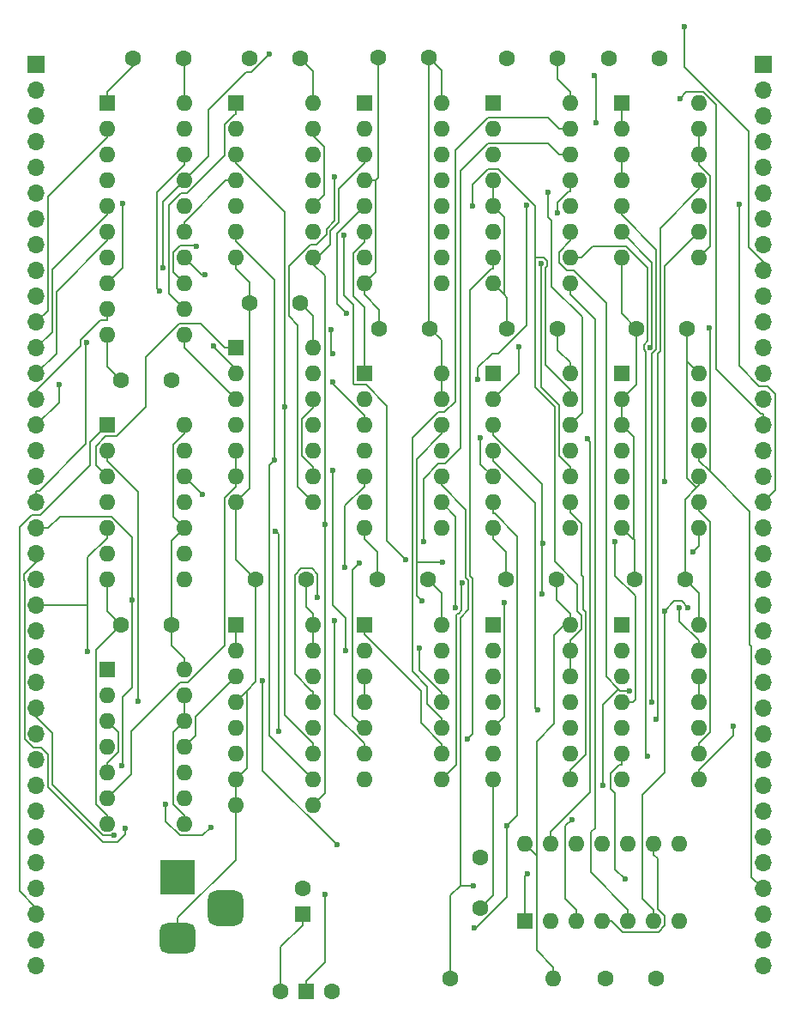
<source format=gtl>
G04 #@! TF.GenerationSoftware,KiCad,Pcbnew,8.0.9-8.0.9-0~ubuntu22.04.1*
G04 #@! TF.CreationDate,2025-07-12T13:55:05+10:00*
G04 #@! TF.ProjectId,UE14500-TTL,55453134-3530-4302-9d54-544c2e6b6963,rev?*
G04 #@! TF.SameCoordinates,Original*
G04 #@! TF.FileFunction,Copper,L1,Top*
G04 #@! TF.FilePolarity,Positive*
%FSLAX46Y46*%
G04 Gerber Fmt 4.6, Leading zero omitted, Abs format (unit mm)*
G04 Created by KiCad (PCBNEW 8.0.9-8.0.9-0~ubuntu22.04.1) date 2025-07-12 13:55:05*
%MOMM*%
%LPD*%
G01*
G04 APERTURE LIST*
G04 Aperture macros list*
%AMRoundRect*
0 Rectangle with rounded corners*
0 $1 Rounding radius*
0 $2 $3 $4 $5 $6 $7 $8 $9 X,Y pos of 4 corners*
0 Add a 4 corners polygon primitive as box body*
4,1,4,$2,$3,$4,$5,$6,$7,$8,$9,$2,$3,0*
0 Add four circle primitives for the rounded corners*
1,1,$1+$1,$2,$3*
1,1,$1+$1,$4,$5*
1,1,$1+$1,$6,$7*
1,1,$1+$1,$8,$9*
0 Add four rect primitives between the rounded corners*
20,1,$1+$1,$2,$3,$4,$5,0*
20,1,$1+$1,$4,$5,$6,$7,0*
20,1,$1+$1,$6,$7,$8,$9,0*
20,1,$1+$1,$8,$9,$2,$3,0*%
G04 Aperture macros list end*
G04 #@! TA.AperFunction,ComponentPad*
%ADD10R,1.600000X1.600000*%
G04 #@! TD*
G04 #@! TA.AperFunction,ComponentPad*
%ADD11O,1.600000X1.600000*%
G04 #@! TD*
G04 #@! TA.AperFunction,ComponentPad*
%ADD12C,1.600000*%
G04 #@! TD*
G04 #@! TA.AperFunction,ComponentPad*
%ADD13R,1.700000X1.700000*%
G04 #@! TD*
G04 #@! TA.AperFunction,ComponentPad*
%ADD14O,1.700000X1.700000*%
G04 #@! TD*
G04 #@! TA.AperFunction,ComponentPad*
%ADD15R,1.500000X1.500000*%
G04 #@! TD*
G04 #@! TA.AperFunction,ComponentPad*
%ADD16R,3.500000X3.500000*%
G04 #@! TD*
G04 #@! TA.AperFunction,ComponentPad*
%ADD17RoundRect,0.750000X1.000000X-0.750000X1.000000X0.750000X-1.000000X0.750000X-1.000000X-0.750000X0*%
G04 #@! TD*
G04 #@! TA.AperFunction,ComponentPad*
%ADD18RoundRect,0.875000X0.875000X-0.875000X0.875000X0.875000X-0.875000X0.875000X-0.875000X-0.875000X0*%
G04 #@! TD*
G04 #@! TA.AperFunction,ViaPad*
%ADD19C,0.600000*%
G04 #@! TD*
G04 #@! TA.AperFunction,Conductor*
%ADD20C,0.200000*%
G04 #@! TD*
G04 APERTURE END LIST*
D10*
X109855000Y-108585000D03*
D11*
X109855000Y-111125000D03*
X109855000Y-113665000D03*
X109855000Y-116205000D03*
X109855000Y-118745000D03*
X109855000Y-121285000D03*
X109855000Y-123825000D03*
X109855000Y-126365000D03*
X117475000Y-126365000D03*
X117475000Y-123825000D03*
X117475000Y-121285000D03*
X117475000Y-118745000D03*
X117475000Y-116205000D03*
X117475000Y-113665000D03*
X117475000Y-111125000D03*
X117475000Y-108585000D03*
D12*
X129032000Y-79375000D03*
X124032000Y-79375000D03*
D10*
X122545000Y-57150000D03*
D11*
X122545000Y-59690000D03*
X122545000Y-62230000D03*
X122545000Y-64770000D03*
X122545000Y-67310000D03*
X122545000Y-69850000D03*
X122545000Y-72390000D03*
X122545000Y-74930000D03*
X130165000Y-74930000D03*
X130165000Y-72390000D03*
X130165000Y-69850000D03*
X130165000Y-67310000D03*
X130165000Y-64770000D03*
X130165000Y-62230000D03*
X130165000Y-59690000D03*
X130165000Y-57150000D03*
D10*
X122545000Y-83820000D03*
D11*
X122545000Y-86360000D03*
X122545000Y-88900000D03*
X122545000Y-91440000D03*
X122545000Y-93980000D03*
X122545000Y-96520000D03*
X122545000Y-99060000D03*
X130165000Y-99060000D03*
X130165000Y-96520000D03*
X130165000Y-93980000D03*
X130165000Y-91440000D03*
X130165000Y-88900000D03*
X130165000Y-86360000D03*
X130165000Y-83820000D03*
D10*
X147955000Y-108585000D03*
D11*
X147955000Y-111125000D03*
X147955000Y-113665000D03*
X147955000Y-116205000D03*
X147955000Y-118745000D03*
X147955000Y-121285000D03*
X147955000Y-123825000D03*
X155575000Y-123825000D03*
X155575000Y-121285000D03*
X155575000Y-118745000D03*
X155575000Y-116205000D03*
X155575000Y-113665000D03*
X155575000Y-111125000D03*
X155575000Y-108585000D03*
D13*
X90170000Y-53340000D03*
D14*
X90170000Y-55880000D03*
X90170000Y-58420000D03*
X90170000Y-60960000D03*
X90170000Y-63500000D03*
X90170000Y-66040000D03*
X90170000Y-68580000D03*
X90170000Y-71120000D03*
X90170000Y-73660000D03*
X90170000Y-76200000D03*
X90170000Y-78740000D03*
X90170000Y-81280000D03*
X90170000Y-83820000D03*
X90170000Y-86360000D03*
X90170000Y-88900000D03*
X90170000Y-91440000D03*
X90170000Y-93980000D03*
X90170000Y-96520000D03*
X90170000Y-99060000D03*
X90170000Y-101600000D03*
X90170000Y-104140000D03*
X90170000Y-106680000D03*
X90170000Y-109220000D03*
X90170000Y-111760000D03*
X90170000Y-114300000D03*
X90170000Y-116840000D03*
X90170000Y-119380000D03*
X90170000Y-121920000D03*
X90170000Y-124460000D03*
X90170000Y-127000000D03*
X90170000Y-129540000D03*
X90170000Y-132080000D03*
X90170000Y-134620000D03*
X90170000Y-137160000D03*
X90170000Y-139700000D03*
X90170000Y-142240000D03*
D15*
X116840000Y-144780000D03*
D12*
X114300000Y-144780000D03*
X119380000Y-144780000D03*
X116195000Y-52705000D03*
X111195000Y-52705000D03*
X151384000Y-143510000D03*
X146384000Y-143510000D03*
X131064000Y-143510000D03*
D11*
X141224000Y-143510000D03*
D12*
X128825000Y-104140000D03*
X123825000Y-104140000D03*
X116840000Y-104140000D03*
X111840000Y-104140000D03*
D10*
X116460000Y-137120000D03*
D12*
X116460000Y-134620000D03*
X103505000Y-108585000D03*
X98505000Y-108585000D03*
D16*
X104140000Y-133525000D03*
D17*
X104140000Y-139525000D03*
D18*
X108840000Y-136525000D03*
D10*
X135255000Y-83820000D03*
D11*
X135255000Y-86360000D03*
X135255000Y-88900000D03*
X135255000Y-91440000D03*
X135255000Y-93980000D03*
X135255000Y-96520000D03*
X135255000Y-99060000D03*
X142875000Y-99060000D03*
X142875000Y-96520000D03*
X142875000Y-93980000D03*
X142875000Y-91440000D03*
X142875000Y-88900000D03*
X142875000Y-86360000D03*
X142875000Y-83820000D03*
D12*
X154225000Y-104140000D03*
X149225000Y-104140000D03*
D10*
X135245000Y-57150000D03*
D11*
X135245000Y-59690000D03*
X135245000Y-62230000D03*
X135245000Y-64770000D03*
X135245000Y-67310000D03*
X135245000Y-69850000D03*
X135245000Y-72390000D03*
X135245000Y-74930000D03*
X142865000Y-74930000D03*
X142865000Y-72390000D03*
X142865000Y-69850000D03*
X142865000Y-67310000D03*
X142865000Y-64770000D03*
X142865000Y-62230000D03*
X142865000Y-59690000D03*
X142865000Y-57150000D03*
D10*
X122555000Y-108585000D03*
D11*
X122555000Y-111125000D03*
X122555000Y-113665000D03*
X122555000Y-116205000D03*
X122555000Y-118745000D03*
X122555000Y-121285000D03*
X122555000Y-123825000D03*
X130175000Y-123825000D03*
X130175000Y-121285000D03*
X130175000Y-118745000D03*
X130175000Y-116205000D03*
X130175000Y-113665000D03*
X130175000Y-111125000D03*
X130175000Y-108585000D03*
D12*
X103505000Y-84455000D03*
X98505000Y-84455000D03*
X133990000Y-131535000D03*
X133990000Y-136535000D03*
D10*
X97145000Y-88900000D03*
D11*
X97145000Y-91440000D03*
X97145000Y-93980000D03*
X97145000Y-96520000D03*
X97145000Y-99060000D03*
X97145000Y-101600000D03*
X97145000Y-104140000D03*
X104765000Y-104140000D03*
X104765000Y-101600000D03*
X104765000Y-99060000D03*
X104765000Y-96520000D03*
X104765000Y-93980000D03*
X104765000Y-91440000D03*
X104765000Y-88900000D03*
D12*
X154432000Y-79375000D03*
X149432000Y-79375000D03*
D10*
X109885000Y-57150000D03*
D11*
X109885000Y-59690000D03*
X109885000Y-62230000D03*
X109885000Y-64770000D03*
X109885000Y-67310000D03*
X109885000Y-69850000D03*
X109885000Y-72390000D03*
X117505000Y-72390000D03*
X117505000Y-69850000D03*
X117505000Y-67310000D03*
X117505000Y-64770000D03*
X117505000Y-62230000D03*
X117505000Y-59690000D03*
X117505000Y-57150000D03*
D10*
X138430000Y-137795000D03*
D11*
X140970000Y-137795000D03*
X143510000Y-137795000D03*
X146050000Y-137795000D03*
X148590000Y-137795000D03*
X151130000Y-137795000D03*
X153670000Y-137795000D03*
X153670000Y-130175000D03*
X151130000Y-130175000D03*
X148590000Y-130175000D03*
X146050000Y-130175000D03*
X143510000Y-130175000D03*
X140970000Y-130175000D03*
X138430000Y-130175000D03*
D12*
X141652000Y-79375000D03*
X136652000Y-79375000D03*
D10*
X109855000Y-81280000D03*
D11*
X109855000Y-83820000D03*
X109855000Y-86360000D03*
X109855000Y-88900000D03*
X109855000Y-91440000D03*
X109855000Y-93980000D03*
X109855000Y-96520000D03*
X117475000Y-96520000D03*
X117475000Y-93980000D03*
X117475000Y-91440000D03*
X117475000Y-88900000D03*
X117475000Y-86360000D03*
X117475000Y-83820000D03*
X117475000Y-81280000D03*
D12*
X104685000Y-52705000D03*
X99685000Y-52705000D03*
X128895000Y-52690000D03*
X123895000Y-52690000D03*
D10*
X97145000Y-57150000D03*
D11*
X97145000Y-59690000D03*
X97145000Y-62230000D03*
X97145000Y-64770000D03*
X97145000Y-67310000D03*
X97145000Y-69850000D03*
X97145000Y-72390000D03*
X97145000Y-74930000D03*
X97145000Y-77470000D03*
X97145000Y-80010000D03*
X104765000Y-80010000D03*
X104765000Y-77470000D03*
X104765000Y-74930000D03*
X104765000Y-72390000D03*
X104765000Y-69850000D03*
X104765000Y-67310000D03*
X104765000Y-64770000D03*
X104765000Y-62230000D03*
X104765000Y-59690000D03*
X104765000Y-57150000D03*
D10*
X97155000Y-113030000D03*
D11*
X97155000Y-115570000D03*
X97155000Y-118110000D03*
X97155000Y-120650000D03*
X97155000Y-123190000D03*
X97155000Y-125730000D03*
X97155000Y-128270000D03*
X104775000Y-128270000D03*
X104775000Y-125730000D03*
X104775000Y-123190000D03*
X104775000Y-120650000D03*
X104775000Y-118110000D03*
X104775000Y-115570000D03*
X104775000Y-113030000D03*
D12*
X116205000Y-76835000D03*
X111205000Y-76835000D03*
D10*
X147965000Y-83820000D03*
D11*
X147965000Y-86360000D03*
X147965000Y-88900000D03*
X147965000Y-91440000D03*
X147965000Y-93980000D03*
X147965000Y-96520000D03*
X147965000Y-99060000D03*
X155585000Y-99060000D03*
X155585000Y-96520000D03*
X155585000Y-93980000D03*
X155585000Y-91440000D03*
X155585000Y-88900000D03*
X155585000Y-86360000D03*
X155585000Y-83820000D03*
D10*
X147945000Y-57150000D03*
D11*
X147945000Y-59690000D03*
X147945000Y-62230000D03*
X147945000Y-64770000D03*
X147945000Y-67310000D03*
X147945000Y-69850000D03*
X147945000Y-72390000D03*
X155565000Y-72390000D03*
X155565000Y-69850000D03*
X155565000Y-67310000D03*
X155565000Y-64770000D03*
X155565000Y-62230000D03*
X155565000Y-59690000D03*
X155565000Y-57150000D03*
D13*
X161925000Y-53340000D03*
D14*
X161925000Y-55880000D03*
X161925000Y-58420000D03*
X161925000Y-60960000D03*
X161925000Y-63500000D03*
X161925000Y-66040000D03*
X161925000Y-68580000D03*
X161925000Y-71120000D03*
X161925000Y-73660000D03*
X161925000Y-76200000D03*
X161925000Y-78740000D03*
X161925000Y-81280000D03*
X161925000Y-83820000D03*
X161925000Y-86360000D03*
X161925000Y-88900000D03*
X161925000Y-91440000D03*
X161925000Y-93980000D03*
X161925000Y-96520000D03*
X161925000Y-99060000D03*
X161925000Y-101600000D03*
X161925000Y-104140000D03*
X161925000Y-106680000D03*
X161925000Y-109220000D03*
X161925000Y-111760000D03*
X161925000Y-114300000D03*
X161925000Y-116840000D03*
X161925000Y-119380000D03*
X161925000Y-121920000D03*
X161925000Y-124460000D03*
X161925000Y-127000000D03*
X161925000Y-129540000D03*
X161925000Y-132080000D03*
X161925000Y-134620000D03*
X161925000Y-137160000D03*
X161925000Y-139700000D03*
X161925000Y-142240000D03*
D12*
X151675000Y-52705000D03*
X146675000Y-52705000D03*
D10*
X135255000Y-108585000D03*
D11*
X135255000Y-111125000D03*
X135255000Y-113665000D03*
X135255000Y-116205000D03*
X135255000Y-118745000D03*
X135255000Y-121285000D03*
X135255000Y-123825000D03*
X142875000Y-123825000D03*
X142875000Y-121285000D03*
X142875000Y-118745000D03*
X142875000Y-116205000D03*
X142875000Y-113665000D03*
X142875000Y-111125000D03*
X142875000Y-108585000D03*
D12*
X141605000Y-52705000D03*
X136605000Y-52705000D03*
X141525000Y-104140000D03*
X136525000Y-104140000D03*
D19*
X132715000Y-119857000D03*
X119865300Y-130324700D03*
X100236000Y-116132000D03*
X106528000Y-95743400D03*
X144553000Y-90261900D03*
X138679000Y-133197000D03*
X139636000Y-117020000D03*
X128002000Y-110926000D03*
X119431000Y-84650700D03*
X147326000Y-100414000D03*
X119615000Y-108176000D03*
X153667000Y-106906000D03*
X117874000Y-105884000D03*
X119611000Y-64442900D03*
X141648000Y-67954400D03*
X138530000Y-67255100D03*
X133762000Y-84370800D03*
X114066000Y-119152000D03*
X128368000Y-100370000D03*
X113783000Y-99363900D03*
X119295000Y-79488800D03*
X107639000Y-81073200D03*
X119431000Y-81867600D03*
X150740000Y-81230200D03*
X151358000Y-117899000D03*
X133209000Y-67282600D03*
X152210000Y-94474500D03*
X140714000Y-65942400D03*
X140004000Y-72972700D03*
X126616000Y-102140000D03*
X120512000Y-70193900D03*
X154992000Y-101394000D03*
X118691000Y-135231000D03*
X102312000Y-75715300D03*
X140188000Y-100608000D03*
X140106000Y-105565000D03*
X105955000Y-71295800D03*
X98910600Y-128664000D03*
X132220000Y-104468000D03*
X148270000Y-133671000D03*
X112510500Y-114154300D03*
X119431000Y-93409200D03*
X120714000Y-111146000D03*
X120624000Y-102943000D03*
X130237000Y-102412000D03*
X98636900Y-122544000D03*
X99626900Y-106133000D03*
X128232000Y-106265000D03*
X120770000Y-77883400D03*
X95145100Y-80754000D03*
X159537000Y-67133700D03*
X134019000Y-90180000D03*
X114698000Y-87079100D03*
X92412500Y-84925300D03*
X153696000Y-56680800D03*
X98663300Y-67077000D03*
X152180000Y-107243000D03*
X95237200Y-111258000D03*
X154500000Y-106883000D03*
X122046000Y-102541000D03*
X136357000Y-106407000D03*
X113695000Y-92356300D03*
X97875800Y-129400000D03*
X150946000Y-116252000D03*
X159004000Y-118589000D03*
X118640000Y-98678100D03*
X145244000Y-54441600D03*
X145427000Y-59093300D03*
X148697000Y-115102000D03*
X146059000Y-124444000D03*
X102945000Y-126304000D03*
X107392000Y-128589000D03*
X106835000Y-74060600D03*
X113138000Y-52348700D03*
X102656000Y-73431300D03*
X154156000Y-49634100D03*
X150534000Y-121544000D03*
X143023000Y-127800000D03*
X131564000Y-106904000D03*
X156618300Y-79326000D03*
X137814000Y-81180400D03*
X136654000Y-128408000D03*
X133383000Y-138492000D03*
X133344000Y-134343000D03*
D20*
X133224000Y-119348000D02*
X132715000Y-119857000D01*
X135245000Y-72390000D02*
X135245000Y-73491700D01*
X132969000Y-75630000D02*
X132969000Y-103798000D01*
X133224000Y-104053000D02*
X133224000Y-119348000D01*
X135245000Y-73491700D02*
X135107000Y-73491700D01*
X135107000Y-73491700D02*
X132969000Y-75630000D01*
X132969000Y-103798000D02*
X133224000Y-104053000D01*
X119865300Y-130324700D02*
X112510500Y-122969900D01*
X135255000Y-86360000D02*
X137814000Y-83801000D01*
X137814000Y-83801000D02*
X137814000Y-81180400D01*
X100236000Y-95495200D02*
X100236000Y-116132000D01*
X97145000Y-92404000D02*
X100236000Y-95495200D01*
X97145000Y-91440000D02*
X97145000Y-92404000D01*
X104765000Y-93980000D02*
X106528000Y-95743400D01*
X155585000Y-97393400D02*
X155585000Y-96520000D01*
X156690000Y-98498100D02*
X155585000Y-97393400D01*
X156690000Y-119206000D02*
X156690000Y-98498100D01*
X155575000Y-120321000D02*
X156690000Y-119206000D01*
X155575000Y-121285000D02*
X155575000Y-120321000D01*
X144847000Y-90555800D02*
X144553000Y-90261900D01*
X144847000Y-125126000D02*
X144847000Y-90555800D01*
X140970000Y-129002000D02*
X144847000Y-125126000D01*
X140970000Y-130175000D02*
X140970000Y-129002000D01*
X138430000Y-133446000D02*
X138430000Y-137795000D01*
X138679000Y-133197000D02*
X138430000Y-133446000D01*
X151130000Y-131277000D02*
X151130000Y-130175000D01*
X151532000Y-131678000D02*
X151130000Y-131277000D01*
X151532000Y-136639000D02*
X151532000Y-131678000D01*
X152232000Y-137339000D02*
X151532000Y-136639000D01*
X152232000Y-138251000D02*
X152232000Y-137339000D01*
X151585000Y-138898000D02*
X152232000Y-138251000D01*
X148026000Y-138898000D02*
X151585000Y-138898000D01*
X146923000Y-137795000D02*
X148026000Y-138898000D01*
X146050000Y-137795000D02*
X146923000Y-137795000D01*
X97155000Y-122226000D02*
X97155000Y-123190000D01*
X98256700Y-121124000D02*
X97155000Y-122226000D01*
X98256700Y-119212000D02*
X98256700Y-121124000D01*
X97155000Y-118110000D02*
X98256700Y-119212000D01*
X104775000Y-118110000D02*
X104775000Y-115570000D01*
X104775000Y-127397000D02*
X104775000Y-128270000D01*
X103664000Y-126286000D02*
X104775000Y-127397000D01*
X103664000Y-119221000D02*
X103664000Y-126286000D01*
X104775000Y-118110000D02*
X103664000Y-119221000D01*
X155575000Y-113665000D02*
X155575000Y-116205000D01*
X139413000Y-116798000D02*
X139636000Y-117020000D01*
X139413000Y-96562100D02*
X139413000Y-116798000D01*
X135255000Y-92404000D02*
X139413000Y-96562100D01*
X135255000Y-91440000D02*
X135255000Y-92404000D01*
X128002000Y-113103000D02*
X128002000Y-110926000D01*
X130175000Y-115276000D02*
X128002000Y-113103000D01*
X130175000Y-116205000D02*
X130175000Y-115276000D01*
X109855000Y-91440000D02*
X109855000Y-93980000D01*
X109855000Y-94943900D02*
X109855000Y-93980000D01*
X108753000Y-96045600D02*
X109855000Y-94943900D01*
X108753000Y-110671000D02*
X108753000Y-96045600D01*
X105124000Y-114300000D02*
X108753000Y-110671000D01*
X104400000Y-114300000D02*
X105124000Y-114300000D01*
X99573300Y-119126000D02*
X104400000Y-114300000D01*
X99573300Y-123312000D02*
X99573300Y-119126000D01*
X97155000Y-125730000D02*
X99573300Y-123312000D01*
X119431000Y-84822200D02*
X119431000Y-84650700D01*
X122545000Y-87936000D02*
X119431000Y-84822200D01*
X122545000Y-88900000D02*
X122545000Y-87936000D01*
X147326000Y-103800000D02*
X147326000Y-100414000D01*
X149301000Y-105774000D02*
X147326000Y-103800000D01*
X149301000Y-115960000D02*
X149301000Y-105774000D01*
X149057000Y-116205000D02*
X149301000Y-115960000D01*
X147955000Y-116205000D02*
X149057000Y-116205000D01*
X108753000Y-81280000D02*
X109855000Y-81280000D01*
X106372000Y-78898700D02*
X108753000Y-81280000D01*
X104311000Y-78898700D02*
X106372000Y-78898700D01*
X101005000Y-82204800D02*
X104311000Y-78898700D01*
X101005000Y-87112700D02*
X101005000Y-82204800D01*
X98089300Y-90028400D02*
X101005000Y-87112700D01*
X96998400Y-90028400D02*
X98089300Y-90028400D01*
X96028600Y-90998200D02*
X96998400Y-90028400D01*
X96028600Y-92863600D02*
X96028600Y-90998200D01*
X97145000Y-93980000D02*
X96028600Y-92863600D01*
X147945000Y-64770000D02*
X147945000Y-62230000D01*
X155565000Y-62230000D02*
X155565000Y-59690000D01*
X155565000Y-63194000D02*
X155565000Y-62230000D01*
X156670000Y-64299300D02*
X155565000Y-63194000D01*
X156670000Y-71284700D02*
X156670000Y-64299300D01*
X155565000Y-72390000D02*
X156670000Y-71284700D01*
X144152000Y-103855000D02*
X144152000Y-107053000D01*
X143986000Y-103689000D02*
X144152000Y-103855000D01*
X144319000Y-107219000D02*
X144152000Y-107053000D01*
X143986000Y-98595000D02*
X143986000Y-103689000D01*
X142875000Y-97484000D02*
X143986000Y-98595000D01*
X142875000Y-96520000D02*
X142875000Y-97484000D01*
X142875000Y-122952000D02*
X142875000Y-123825000D01*
X144436000Y-121390000D02*
X142875000Y-122952000D01*
X144436000Y-107337000D02*
X144436000Y-121390000D01*
X144152000Y-107053000D02*
X144436000Y-107337000D01*
X144152000Y-103855000D02*
X143986000Y-103689000D01*
X109885000Y-58251700D02*
X109885000Y-57150000D01*
X109747000Y-58251700D02*
X109885000Y-58251700D01*
X108783000Y-59215600D02*
X109747000Y-58251700D01*
X108783000Y-62321200D02*
X108783000Y-59215600D01*
X105064000Y-66040000D02*
X108783000Y-62321200D01*
X104452000Y-66040000D02*
X105064000Y-66040000D01*
X103258000Y-67234100D02*
X104452000Y-66040000D01*
X103258000Y-75963000D02*
X103258000Y-67234100D01*
X104765000Y-77470000D02*
X103258000Y-75963000D01*
X108887000Y-64770000D02*
X109885000Y-64770000D01*
X104765000Y-68892400D02*
X108887000Y-64770000D01*
X104765000Y-69850000D02*
X104765000Y-68892400D01*
X109855000Y-111125000D02*
X109855000Y-108585000D01*
X119615000Y-117381000D02*
X119615000Y-108176000D01*
X122555000Y-120321000D02*
X119615000Y-117381000D01*
X122555000Y-121285000D02*
X122555000Y-120321000D01*
X122555000Y-113665000D02*
X122555000Y-116205000D01*
X117945000Y-105812000D02*
X117874000Y-105884000D01*
X117945000Y-103625000D02*
X117945000Y-105812000D01*
X117359000Y-103038000D02*
X117945000Y-103625000D01*
X116337000Y-103038000D02*
X117359000Y-103038000D01*
X115692000Y-103683000D02*
X116337000Y-103038000D01*
X115692000Y-113458000D02*
X115692000Y-103683000D01*
X117337000Y-115103000D02*
X115692000Y-113458000D01*
X117475000Y-115103000D02*
X117337000Y-115103000D01*
X117475000Y-116205000D02*
X117475000Y-115103000D01*
X153667000Y-108253000D02*
X153667000Y-106906000D01*
X155575000Y-110161000D02*
X153667000Y-108253000D01*
X155575000Y-111125000D02*
X155575000Y-110161000D01*
X105877000Y-117643000D02*
X109855000Y-113665000D01*
X105877000Y-119548000D02*
X105877000Y-117643000D01*
X104775000Y-120650000D02*
X105877000Y-119548000D01*
X119611000Y-68775500D02*
X119611000Y-64442900D01*
X118808000Y-69578900D02*
X119611000Y-68775500D01*
X118808000Y-70134000D02*
X118808000Y-69578900D01*
X117822000Y-71120000D02*
X118808000Y-70134000D01*
X117194000Y-71120000D02*
X117822000Y-71120000D01*
X115103000Y-73210400D02*
X117194000Y-71120000D01*
X115103000Y-78163300D02*
X115103000Y-73210400D01*
X115970000Y-79029600D02*
X115103000Y-78163300D01*
X115970000Y-95014500D02*
X115970000Y-79029600D01*
X117475000Y-96520000D02*
X115970000Y-95014500D01*
X141763000Y-59690000D02*
X142865000Y-59690000D01*
X140659000Y-58585900D02*
X141763000Y-59690000D01*
X134763000Y-58585900D02*
X140659000Y-58585900D01*
X131515000Y-61833300D02*
X134763000Y-58585900D01*
X131515000Y-86585400D02*
X131515000Y-61833300D01*
X130471000Y-87630000D02*
X131515000Y-86585400D01*
X129838000Y-87630000D02*
X130471000Y-87630000D01*
X127284000Y-90183800D02*
X129838000Y-87630000D01*
X127284000Y-113221000D02*
X127284000Y-90183800D01*
X128735000Y-114672000D02*
X127284000Y-113221000D01*
X128735000Y-116432000D02*
X128735000Y-114672000D01*
X130175000Y-117872000D02*
X128735000Y-116432000D01*
X130175000Y-118745000D02*
X130175000Y-117872000D01*
X142865000Y-76031700D02*
X142865000Y-74930000D01*
X145300000Y-78466800D02*
X142865000Y-76031700D01*
X145300000Y-128677000D02*
X145300000Y-78466800D01*
X144927000Y-129051000D02*
X145300000Y-128677000D01*
X144927000Y-133030000D02*
X144927000Y-129051000D01*
X148590000Y-136693000D02*
X144927000Y-133030000D01*
X148590000Y-137795000D02*
X148590000Y-136693000D01*
X133762000Y-83225800D02*
X133762000Y-84370800D01*
X135161000Y-81826400D02*
X133762000Y-83225800D01*
X135798000Y-81826400D02*
X135161000Y-81826400D01*
X138530000Y-79094100D02*
X135798000Y-81826400D01*
X138530000Y-67255100D02*
X138530000Y-79094100D01*
X141648000Y-66950600D02*
X141648000Y-67954400D01*
X142727000Y-65871700D02*
X141648000Y-66950600D01*
X142865000Y-65871700D02*
X142727000Y-65871700D01*
X142865000Y-64770000D02*
X142865000Y-65871700D01*
X114066000Y-99647500D02*
X114066000Y-119152000D01*
X113783000Y-99363900D02*
X114066000Y-99647500D01*
X128368000Y-94204800D02*
X128368000Y-100370000D01*
X129863000Y-92710000D02*
X128368000Y-94204800D01*
X130484000Y-92710000D02*
X129863000Y-92710000D01*
X132059000Y-91135700D02*
X130484000Y-92710000D01*
X132059000Y-63816400D02*
X132059000Y-91135700D01*
X134755000Y-61120200D02*
X132059000Y-63816400D01*
X140654000Y-61120200D02*
X134755000Y-61120200D01*
X141763000Y-62230000D02*
X140654000Y-61120200D01*
X142865000Y-62230000D02*
X141763000Y-62230000D01*
X119295000Y-81731300D02*
X119431000Y-81867600D01*
X119295000Y-79488800D02*
X119295000Y-81731300D01*
X150946000Y-72850800D02*
X147945000Y-69850000D01*
X150946000Y-81024200D02*
X150946000Y-72850800D01*
X150740000Y-81230200D02*
X150946000Y-81024200D01*
X107639000Y-81205900D02*
X107639000Y-81073200D01*
X109855000Y-83422100D02*
X107639000Y-81205900D01*
X109855000Y-83820000D02*
X109855000Y-83422100D01*
X151548000Y-117710000D02*
X151358000Y-117899000D01*
X151548000Y-81841400D02*
X151548000Y-117710000D01*
X151749000Y-81639700D02*
X151548000Y-81841400D01*
X151749000Y-69459200D02*
X151749000Y-81639700D01*
X155565000Y-65643400D02*
X151749000Y-69459200D01*
X155565000Y-64770000D02*
X155565000Y-65643400D01*
X142875000Y-113665000D02*
X142875000Y-111125000D01*
X133209000Y-65208700D02*
X133209000Y-67282600D01*
X134750000Y-63668100D02*
X133209000Y-65208700D01*
X135795000Y-63668100D02*
X134750000Y-63668100D01*
X139402000Y-67274900D02*
X135795000Y-63668100D01*
X139402000Y-72371000D02*
X139402000Y-67274900D01*
X140253000Y-72371000D02*
X139402000Y-72371000D01*
X140605000Y-72723500D02*
X140253000Y-72371000D01*
X140605000Y-73221900D02*
X140605000Y-72723500D01*
X140405000Y-73421900D02*
X140605000Y-73221900D01*
X140405000Y-82926200D02*
X140405000Y-73421900D01*
X142875000Y-85396000D02*
X140405000Y-82926200D01*
X142875000Y-86360000D02*
X142875000Y-85396000D01*
X139402000Y-85184300D02*
X139402000Y-72371000D01*
X141362000Y-87144300D02*
X139402000Y-85184300D01*
X141362000Y-102382000D02*
X141362000Y-87144300D01*
X143586000Y-104606000D02*
X141362000Y-102382000D01*
X143586000Y-107255000D02*
X143586000Y-104606000D01*
X144002000Y-107671000D02*
X143586000Y-107255000D01*
X144002000Y-109023000D02*
X144002000Y-107671000D01*
X142875000Y-110150000D02*
X144002000Y-109023000D01*
X142875000Y-111125000D02*
X142875000Y-110150000D01*
X152210000Y-73204700D02*
X155565000Y-69850000D01*
X152210000Y-94474500D02*
X152210000Y-73204700D01*
X140714000Y-68383900D02*
X140714000Y-65942400D01*
X141048000Y-68717700D02*
X140714000Y-68383900D01*
X141048000Y-75276400D02*
X141048000Y-68717700D01*
X144030000Y-78258200D02*
X141048000Y-75276400D01*
X144030000Y-87745100D02*
X144030000Y-78258200D01*
X142875000Y-88900000D02*
X144030000Y-87745100D01*
X140004000Y-85145700D02*
X140004000Y-72972700D01*
X141764000Y-86905800D02*
X140004000Y-85145700D01*
X141764000Y-91904600D02*
X141764000Y-86905800D01*
X142875000Y-93016000D02*
X141764000Y-91904600D01*
X142875000Y-93980000D02*
X142875000Y-93016000D01*
X120512000Y-76097600D02*
X120512000Y-70193900D01*
X121443000Y-77028600D02*
X120512000Y-76097600D01*
X121443000Y-84818700D02*
X121443000Y-77028600D01*
X121573000Y-84948400D02*
X121443000Y-84818700D01*
X122756000Y-84948400D02*
X121573000Y-84948400D01*
X124796000Y-86988700D02*
X122756000Y-84948400D01*
X124796000Y-100320000D02*
X124796000Y-86988700D01*
X126616000Y-102140000D02*
X124796000Y-100320000D01*
X155585000Y-100801000D02*
X155585000Y-99060000D01*
X154992000Y-101394000D02*
X155585000Y-100801000D01*
X117505000Y-60325000D02*
X117505000Y-59690000D01*
X118608000Y-61427700D02*
X117505000Y-60325000D01*
X118608000Y-66207300D02*
X118608000Y-61427700D01*
X117505000Y-67310000D02*
X118608000Y-66207300D01*
X116840000Y-143728000D02*
X116840000Y-144780000D01*
X118691000Y-141877000D02*
X116840000Y-143728000D01*
X118691000Y-135231000D02*
X118691000Y-141877000D01*
X102054000Y-75458100D02*
X102312000Y-75715300D01*
X102054000Y-65904500D02*
X102054000Y-75458100D01*
X104765000Y-63194000D02*
X102054000Y-65904500D01*
X104765000Y-62230000D02*
X104765000Y-63194000D01*
X97145000Y-68183400D02*
X97145000Y-67310000D01*
X91723400Y-73605000D02*
X97145000Y-68183400D01*
X91723400Y-79726600D02*
X91723400Y-73605000D01*
X90170000Y-81280000D02*
X91723400Y-79726600D01*
X140106000Y-100608000D02*
X140106000Y-105565000D01*
X140106000Y-100608000D02*
X140188000Y-100608000D01*
X140106000Y-94714900D02*
X140106000Y-100608000D01*
X135255000Y-89864000D02*
X140106000Y-94714900D01*
X135255000Y-88900000D02*
X135255000Y-89864000D01*
X105867000Y-71207900D02*
X105955000Y-71295800D01*
X104346000Y-71207900D02*
X105867000Y-71207900D01*
X103660000Y-71893900D02*
X104346000Y-71207900D01*
X103660000Y-73824700D02*
X103660000Y-71893900D01*
X104765000Y-74930000D02*
X103660000Y-73824700D01*
X132166000Y-104523000D02*
X132220000Y-104468000D01*
X132166000Y-107214000D02*
X132166000Y-104523000D01*
X131874000Y-107506000D02*
X132166000Y-107214000D01*
X131741000Y-107506000D02*
X131874000Y-107506000D01*
X131583000Y-107664000D02*
X131741000Y-107506000D01*
X131583000Y-122417000D02*
X131583000Y-107664000D01*
X130175000Y-123825000D02*
X131583000Y-122417000D01*
X98910600Y-129279000D02*
X98910600Y-128664000D01*
X98161400Y-130028000D02*
X98910600Y-129279000D01*
X96729200Y-130028000D02*
X98161400Y-130028000D01*
X91321700Y-124620000D02*
X96729200Y-130028000D01*
X91321700Y-121363000D02*
X91321700Y-124620000D01*
X90678100Y-120719000D02*
X91321700Y-121363000D01*
X89850400Y-120719000D02*
X90678100Y-120719000D01*
X88992500Y-119861000D02*
X89850400Y-120719000D01*
X88992500Y-104244000D02*
X88992500Y-119861000D01*
X88991000Y-104243000D02*
X88992500Y-104244000D01*
X88991000Y-103643000D02*
X88991000Y-104243000D01*
X90170000Y-102464000D02*
X88991000Y-103643000D01*
X90170000Y-101600000D02*
X90170000Y-102464000D01*
X104765000Y-81270000D02*
X104765000Y-80010000D01*
X109855000Y-86360000D02*
X104765000Y-81270000D01*
X117475000Y-87233400D02*
X117475000Y-86360000D01*
X116371000Y-88337200D02*
X117475000Y-87233400D01*
X116371000Y-91912200D02*
X116371000Y-88337200D01*
X117475000Y-93016000D02*
X116371000Y-91912200D01*
X117475000Y-93980000D02*
X117475000Y-93016000D01*
X147955000Y-122387000D02*
X147955000Y-121285000D01*
X147727000Y-122387000D02*
X147955000Y-122387000D01*
X146851000Y-123262000D02*
X147727000Y-122387000D01*
X146851000Y-124746000D02*
X146851000Y-123262000D01*
X147320000Y-125215000D02*
X146851000Y-124746000D01*
X147320000Y-132722000D02*
X147320000Y-125215000D01*
X148270000Y-133671000D02*
X147320000Y-132722000D01*
X112510500Y-122969900D02*
X112510500Y-114154300D01*
X120714000Y-107925800D02*
X120714000Y-111146000D01*
X119431000Y-106642800D02*
X120714000Y-107925800D01*
X119431000Y-93409200D02*
X119431000Y-106642800D01*
X120624000Y-96864500D02*
X120624000Y-102943000D01*
X122545000Y-94944000D02*
X120624000Y-96864500D01*
X122545000Y-93980000D02*
X122545000Y-94944000D01*
X127704000Y-105737000D02*
X128232000Y-106265000D01*
X127704000Y-102412000D02*
X127704000Y-105737000D01*
X127704000Y-92234600D02*
X127704000Y-102412000D01*
X130165000Y-89773400D02*
X127704000Y-92234600D01*
X130165000Y-88900000D02*
X130165000Y-89773400D01*
X98669200Y-122512000D02*
X98636900Y-122544000D01*
X98669200Y-115764000D02*
X98669200Y-122512000D01*
X99626900Y-114806000D02*
X98669200Y-115764000D01*
X99626900Y-106133000D02*
X99626900Y-114806000D01*
X91321700Y-99060000D02*
X90170000Y-99060000D01*
X92473300Y-97908400D02*
X91321700Y-99060000D01*
X97577600Y-97908400D02*
X92473300Y-97908400D01*
X99626900Y-99957700D02*
X97577600Y-97908400D01*
X99626900Y-106133000D02*
X99626900Y-99957700D01*
X127704000Y-102412000D02*
X130237000Y-102412000D01*
X147945000Y-59690000D02*
X147945000Y-57150000D01*
X119871000Y-76984200D02*
X120770000Y-77883400D01*
X119871000Y-69983700D02*
X119871000Y-76984200D01*
X122545000Y-67310000D02*
X119871000Y-69983700D01*
X159537000Y-83083000D02*
X159537000Y-67133700D01*
X161544000Y-85090000D02*
X159537000Y-83083000D01*
X162314000Y-85090000D02*
X161544000Y-85090000D01*
X163104000Y-85880100D02*
X162314000Y-85090000D01*
X163104000Y-95340900D02*
X163104000Y-85880100D01*
X161925000Y-96520000D02*
X163104000Y-95340900D01*
X90170000Y-95368300D02*
X90170000Y-96520000D01*
X90438500Y-95368300D02*
X90170000Y-95368300D01*
X95056200Y-90750600D02*
X90438500Y-95368300D01*
X95056200Y-80842900D02*
X95056200Y-90750600D01*
X95145100Y-80754000D02*
X95056200Y-80842900D01*
X97145000Y-78571700D02*
X97145000Y-77470000D01*
X96476600Y-78571700D02*
X97145000Y-78571700D01*
X94543400Y-80504900D02*
X96476600Y-78571700D01*
X94543400Y-81122900D02*
X94543400Y-80504900D01*
X90170000Y-85496300D02*
X94543400Y-81122900D01*
X90170000Y-86360000D02*
X90170000Y-85496300D01*
X134019000Y-92744300D02*
X134019000Y-90180000D01*
X135255000Y-93980000D02*
X134019000Y-92744300D01*
X97145000Y-70711200D02*
X97145000Y-69850000D01*
X92125100Y-75731100D02*
X97145000Y-70711200D01*
X92125100Y-81864900D02*
X92125100Y-75731100D01*
X90170000Y-83820000D02*
X92125100Y-81864900D01*
X114698000Y-117544000D02*
X114698000Y-87079100D01*
X117475000Y-120321000D02*
X114698000Y-117544000D01*
X117475000Y-121285000D02*
X117475000Y-120321000D01*
X161925000Y-87748300D02*
X161925000Y-88900000D01*
X161637000Y-87748300D02*
X161925000Y-87748300D01*
X157249000Y-83360200D02*
X161637000Y-87748300D01*
X157249000Y-57278400D02*
X157249000Y-83360200D01*
X156021000Y-56050000D02*
X157249000Y-57278400D01*
X154327000Y-56050000D02*
X156021000Y-56050000D01*
X153696000Y-56680800D02*
X154327000Y-56050000D01*
X92412500Y-86657500D02*
X92412500Y-84925300D01*
X90170000Y-88900000D02*
X92412500Y-86657500D01*
X114698000Y-67916900D02*
X114698000Y-87079100D01*
X109885000Y-63103400D02*
X114698000Y-67916900D01*
X109885000Y-62230000D02*
X109885000Y-63103400D01*
X98663300Y-73411700D02*
X98663300Y-67077000D01*
X97145000Y-74930000D02*
X98663300Y-73411700D01*
X95237200Y-106680000D02*
X90170000Y-106680000D01*
X130175000Y-120346000D02*
X130175000Y-121285000D01*
X128111000Y-118282000D02*
X130175000Y-120346000D01*
X128111000Y-115105000D02*
X128111000Y-118282000D01*
X122555000Y-109549000D02*
X128111000Y-115105000D01*
X122555000Y-108585000D02*
X122555000Y-109549000D01*
X95237200Y-106680000D02*
X95237200Y-111258000D01*
X95237200Y-101950000D02*
X95237200Y-106680000D01*
X97145000Y-100042000D02*
X95237200Y-101950000D01*
X97145000Y-99060000D02*
X97145000Y-100042000D01*
X152180000Y-123196000D02*
X152180000Y-107243000D01*
X150028000Y-125348000D02*
X152180000Y-123196000D01*
X150028000Y-135592000D02*
X150028000Y-125348000D01*
X151130000Y-136693000D02*
X150028000Y-135592000D01*
X151130000Y-137795000D02*
X151130000Y-136693000D01*
X153882000Y-106266000D02*
X154500000Y-106883000D01*
X153158000Y-106266000D02*
X153882000Y-106266000D01*
X152180000Y-107243000D02*
X153158000Y-106266000D01*
X136357000Y-117643000D02*
X136357000Y-106407000D01*
X135255000Y-118745000D02*
X136357000Y-117643000D01*
X121406000Y-103182000D02*
X122046000Y-102541000D01*
X121406000Y-117596000D02*
X121406000Y-103182000D01*
X122555000Y-118745000D02*
X121406000Y-117596000D01*
X113695000Y-74602600D02*
X113695000Y-92356300D01*
X109885000Y-70792600D02*
X113695000Y-74602600D01*
X109885000Y-69850000D02*
X109885000Y-70792600D01*
X113181000Y-92870300D02*
X113695000Y-92356300D01*
X113181000Y-119531000D02*
X113181000Y-92870300D01*
X117475000Y-123825000D02*
X113181000Y-119531000D01*
X159004000Y-119523000D02*
X159004000Y-118589000D01*
X155575000Y-122952000D02*
X159004000Y-119523000D01*
X155575000Y-123825000D02*
X155575000Y-122952000D01*
X150946000Y-81875100D02*
X150946000Y-116252000D01*
X151342000Y-81479400D02*
X150946000Y-81875100D01*
X151342000Y-81353100D02*
X151342000Y-81479400D01*
X151348000Y-81347100D02*
X151342000Y-81353100D01*
X151348000Y-71582400D02*
X151348000Y-81347100D01*
X147945000Y-68179900D02*
X151348000Y-71582400D01*
X147945000Y-67310000D02*
X147945000Y-68179900D01*
X96722600Y-129400000D02*
X97875800Y-129400000D01*
X91723400Y-124400000D02*
X96722600Y-129400000D01*
X91723400Y-119257000D02*
X91723400Y-124400000D01*
X90170000Y-117704000D02*
X91723400Y-119257000D01*
X90170000Y-116840000D02*
X90170000Y-117704000D01*
X118640000Y-125200000D02*
X118640000Y-98678100D01*
X117475000Y-126365000D02*
X118640000Y-125200000D01*
X122545000Y-63103400D02*
X122545000Y-62230000D01*
X120013000Y-65635300D02*
X122545000Y-63103400D01*
X120013000Y-68941900D02*
X120013000Y-65635300D01*
X119210000Y-69745300D02*
X120013000Y-68941900D01*
X119210000Y-71120000D02*
X119210000Y-69745300D01*
X117940000Y-72390000D02*
X119210000Y-71120000D01*
X117505000Y-72390000D02*
X117940000Y-72390000D01*
X118640000Y-74161700D02*
X118640000Y-98678100D01*
X117505000Y-73026200D02*
X118640000Y-74161700D01*
X117505000Y-72390000D02*
X117505000Y-73026200D01*
X97145000Y-60563400D02*
X97145000Y-59690000D01*
X91321700Y-66386700D02*
X97145000Y-60563400D01*
X91321700Y-77588300D02*
X91321700Y-66386700D01*
X90170000Y-78740000D02*
X91321700Y-77588300D01*
X145427000Y-54625100D02*
X145244000Y-54441600D01*
X145427000Y-59093300D02*
X145427000Y-54625100D01*
X146397000Y-113683000D02*
X147640000Y-114926000D01*
X146397000Y-76864700D02*
X146397000Y-113683000D01*
X143192000Y-73660000D02*
X146397000Y-76864700D01*
X142560000Y-73660000D02*
X143192000Y-73660000D01*
X141750000Y-72851000D02*
X142560000Y-73660000D01*
X141750000Y-71839900D02*
X141750000Y-72851000D01*
X142865000Y-70725400D02*
X141750000Y-71839900D01*
X142865000Y-69850000D02*
X142865000Y-70725400D01*
X102945000Y-128019000D02*
X102945000Y-126304000D01*
X104321000Y-129395000D02*
X102945000Y-128019000D01*
X106586000Y-129395000D02*
X104321000Y-129395000D01*
X107392000Y-128589000D02*
X106586000Y-129395000D01*
X146059000Y-116507000D02*
X146059000Y-124444000D01*
X147640000Y-114926000D02*
X146059000Y-116507000D01*
X147816000Y-115102000D02*
X147640000Y-114926000D01*
X148697000Y-115102000D02*
X147816000Y-115102000D01*
X106436000Y-74060600D02*
X106835000Y-74060600D01*
X104765000Y-72390000D02*
X106436000Y-74060600D01*
X102656000Y-66878800D02*
X102656000Y-73431300D01*
X104765000Y-64770000D02*
X102656000Y-66878800D01*
X111403000Y-54084300D02*
X113138000Y-52348700D01*
X110897000Y-54084300D02*
X111403000Y-54084300D01*
X107160000Y-57821500D02*
X110897000Y-54084300D01*
X107160000Y-62374800D02*
X107160000Y-57821500D01*
X104765000Y-64770000D02*
X107160000Y-62374800D01*
X154156000Y-53560800D02*
X154156000Y-49634100D01*
X160535000Y-59939900D02*
X154156000Y-53560800D01*
X160535000Y-71387000D02*
X160535000Y-59939900D01*
X161925000Y-72776800D02*
X160535000Y-71387000D01*
X161925000Y-73660000D02*
X161925000Y-72776800D01*
X143510000Y-136693000D02*
X143510000Y-137795000D01*
X142408000Y-135592000D02*
X143510000Y-136693000D01*
X142408000Y-128415000D02*
X142408000Y-135592000D01*
X143023000Y-127800000D02*
X142408000Y-128415000D01*
X150344000Y-121354000D02*
X150534000Y-121544000D01*
X150344000Y-81685400D02*
X150344000Y-121354000D01*
X150138000Y-81479400D02*
X150344000Y-81685400D01*
X150138000Y-80981100D02*
X150138000Y-81479400D01*
X150534000Y-80585500D02*
X150138000Y-80981100D01*
X150534000Y-73383600D02*
X150534000Y-80585500D01*
X148426000Y-71275400D02*
X150534000Y-73383600D01*
X145081000Y-71275400D02*
X148426000Y-71275400D01*
X143967000Y-72390000D02*
X145081000Y-71275400D01*
X142865000Y-72390000D02*
X143967000Y-72390000D01*
X131564000Y-97918900D02*
X131564000Y-106904000D01*
X130165000Y-96520000D02*
X131564000Y-97918900D01*
X160773000Y-133468000D02*
X161925000Y-134620000D01*
X160773000Y-110738000D02*
X160773000Y-133468000D01*
X160607000Y-110572000D02*
X160773000Y-110738000D01*
X160607000Y-110572000D02*
X160773000Y-110738000D01*
X155585000Y-92404000D02*
X156643300Y-93462300D01*
X155585000Y-91440000D02*
X155585000Y-92404000D01*
X160607000Y-97426000D02*
X160607000Y-110572000D01*
X156643300Y-93462300D02*
X160607000Y-97426000D01*
X156686700Y-79394400D02*
X156618300Y-79326000D01*
X156686700Y-93418900D02*
X156686700Y-79394400D01*
X156643300Y-93462300D02*
X156686700Y-93418900D01*
X133595000Y-138492000D02*
X133383000Y-138492000D01*
X136654000Y-135433000D02*
X133595000Y-138492000D01*
X136654000Y-128408000D02*
X136654000Y-135433000D01*
X137647000Y-127415000D02*
X136654000Y-128408000D01*
X137647000Y-99876300D02*
X137647000Y-127415000D01*
X135393000Y-97621700D02*
X137647000Y-99876300D01*
X135255000Y-97621700D02*
X135393000Y-97621700D01*
X135255000Y-96520000D02*
X135255000Y-97621700D01*
X133344000Y-134343000D02*
X132007000Y-134343000D01*
X132007000Y-107941000D02*
X132007000Y-134343000D01*
X132822000Y-107126000D02*
X132007000Y-107941000D01*
X132822000Y-104219000D02*
X132822000Y-107126000D01*
X132567000Y-103964000D02*
X132822000Y-104219000D01*
X132567000Y-97255700D02*
X132567000Y-103964000D01*
X130165000Y-94853400D02*
X132567000Y-97255700D01*
X130165000Y-93980000D02*
X130165000Y-94853400D01*
X90170000Y-136525000D02*
X90170000Y-137160000D01*
X88548400Y-134903000D02*
X90170000Y-136525000D01*
X88548400Y-98963200D02*
X88548400Y-134903000D01*
X89721600Y-97790000D02*
X88548400Y-98963200D01*
X90565200Y-97790000D02*
X89721600Y-97790000D01*
X95457900Y-92897300D02*
X90565200Y-97790000D01*
X95457900Y-90587100D02*
X95457900Y-92897300D01*
X97145000Y-88900000D02*
X95457900Y-90587100D01*
X131064000Y-135287000D02*
X131064000Y-143510000D01*
X132007000Y-134343000D02*
X131064000Y-135287000D01*
X142875000Y-108585000D02*
X142875000Y-108062000D01*
X130165000Y-86360000D02*
X130165000Y-83820000D01*
X117475000Y-111125000D02*
X117475000Y-108585000D01*
X139532000Y-131277000D02*
X139558000Y-131277000D01*
X138430000Y-130175000D02*
X139532000Y-131277000D01*
X130165000Y-80508000D02*
X130165000Y-83820000D01*
X129032000Y-79375000D02*
X130165000Y-80508000D01*
X128895000Y-79238000D02*
X129032000Y-79375000D01*
X128895000Y-52690000D02*
X128895000Y-79238000D01*
X130175000Y-105490000D02*
X130175000Y-108585000D01*
X128825000Y-104140000D02*
X130175000Y-105490000D01*
X117475000Y-78105000D02*
X116205000Y-76835000D01*
X117475000Y-81280000D02*
X117475000Y-78105000D01*
X155575000Y-105490000D02*
X155575000Y-108585000D01*
X154225000Y-104140000D02*
X155575000Y-105490000D01*
X155585000Y-94853400D02*
X155357000Y-95081700D01*
X155585000Y-93980000D02*
X155585000Y-94853400D01*
X154225000Y-96213400D02*
X154225000Y-104140000D01*
X155357000Y-95081700D02*
X154225000Y-96213400D01*
X139558000Y-140743000D02*
X139558000Y-131277000D01*
X141224000Y-142408000D02*
X139558000Y-140743000D01*
X141224000Y-143510000D02*
X141224000Y-142408000D01*
X117505000Y-54015000D02*
X117505000Y-57150000D01*
X116195000Y-52705000D02*
X117505000Y-54015000D01*
X154432000Y-94157000D02*
X155357000Y-95081700D01*
X154432000Y-82718300D02*
X154432000Y-94157000D01*
X141652000Y-81495300D02*
X141652000Y-79375000D01*
X142875000Y-82718300D02*
X141652000Y-81495300D01*
X142875000Y-83820000D02*
X142875000Y-82718300D01*
X141525000Y-106133000D02*
X141525000Y-104140000D01*
X142875000Y-107483000D02*
X141525000Y-106133000D01*
X142875000Y-108062000D02*
X142875000Y-107483000D01*
X142865000Y-56048300D02*
X142865000Y-57150000D01*
X141605000Y-54788300D02*
X142865000Y-56048300D01*
X141605000Y-52705000D02*
X141605000Y-54788300D01*
X103505000Y-110658000D02*
X103505000Y-108585000D01*
X104775000Y-111928000D02*
X103505000Y-110658000D01*
X104775000Y-113030000D02*
X104775000Y-111928000D01*
X141314000Y-109623000D02*
X142875000Y-108062000D01*
X141314000Y-118344000D02*
X141314000Y-109623000D01*
X139558000Y-120099000D02*
X141314000Y-118344000D01*
X139558000Y-131277000D02*
X139558000Y-120099000D01*
X104765000Y-52785000D02*
X104765000Y-57150000D01*
X104685000Y-52705000D02*
X104765000Y-52785000D01*
X114300000Y-140382000D02*
X114300000Y-144780000D01*
X116460000Y-138222000D02*
X114300000Y-140382000D01*
X116460000Y-137120000D02*
X116460000Y-138222000D01*
X130165000Y-53960000D02*
X130165000Y-57150000D01*
X128895000Y-52690000D02*
X130165000Y-53960000D01*
X154483000Y-82718300D02*
X154432000Y-82718300D01*
X155585000Y-83820000D02*
X154483000Y-82718300D01*
X122545000Y-77316900D02*
X122545000Y-83820000D01*
X121443000Y-76215200D02*
X122545000Y-77316900D01*
X121443000Y-71915700D02*
X121443000Y-76215200D01*
X122545000Y-70814000D02*
X121443000Y-71915700D01*
X122545000Y-69850000D02*
X122545000Y-70814000D01*
X154432000Y-79375000D02*
X154432000Y-82718300D01*
X103660000Y-97954700D02*
X104765000Y-99060000D01*
X103660000Y-90878700D02*
X103660000Y-97954700D01*
X104765000Y-89773400D02*
X103660000Y-90878700D01*
X104765000Y-88900000D02*
X104765000Y-89773400D01*
X103505000Y-100320000D02*
X104765000Y-99060000D01*
X103505000Y-108585000D02*
X103505000Y-100320000D01*
X117475000Y-107483000D02*
X117475000Y-108585000D01*
X116840000Y-106848000D02*
X117475000Y-107483000D01*
X116840000Y-104140000D02*
X116840000Y-106848000D01*
X147965000Y-88900000D02*
X147965000Y-87630000D01*
X122545000Y-64770000D02*
X123647000Y-64770000D01*
X109855000Y-126365000D02*
X109855000Y-123825000D01*
X111205000Y-95170000D02*
X111205000Y-76835000D01*
X109855000Y-96520000D02*
X111205000Y-95170000D01*
X136357000Y-68422300D02*
X136357000Y-76031700D01*
X135245000Y-67310000D02*
X136357000Y-68422300D01*
X97145000Y-107225000D02*
X97145000Y-104140000D01*
X98505000Y-108585000D02*
X97145000Y-107225000D01*
X109885000Y-73491700D02*
X109885000Y-72390000D01*
X111205000Y-74811700D02*
X109885000Y-73491700D01*
X111205000Y-76835000D02*
X111205000Y-74811700D01*
X109855000Y-102155000D02*
X109855000Y-96520000D01*
X111840000Y-104140000D02*
X109855000Y-102155000D01*
X147965000Y-88480300D02*
X147965000Y-87630000D01*
X111840000Y-114225000D02*
X111840000Y-104140000D01*
X110962000Y-115103000D02*
X111840000Y-114225000D01*
X110962000Y-122718000D02*
X110962000Y-115103000D01*
X109855000Y-123825000D02*
X110962000Y-122718000D01*
X110957000Y-115103000D02*
X110962000Y-115103000D01*
X109855000Y-116205000D02*
X110957000Y-115103000D01*
X135255000Y-135270000D02*
X135255000Y-123825000D01*
X133990000Y-136535000D02*
X135255000Y-135270000D01*
X149432000Y-84893000D02*
X149432000Y-79375000D01*
X147965000Y-86360000D02*
X149432000Y-84893000D01*
X123895000Y-64521700D02*
X123647000Y-64770000D01*
X123895000Y-52690000D02*
X123895000Y-64521700D01*
X149225000Y-100272000D02*
X149225000Y-104140000D01*
X149114000Y-100162000D02*
X149225000Y-100272000D01*
X123647000Y-73828300D02*
X122545000Y-74930000D01*
X123647000Y-64770000D02*
X123647000Y-73828300D01*
X147965000Y-87630000D02*
X147965000Y-86360000D01*
X123825000Y-101442000D02*
X123825000Y-104140000D01*
X122545000Y-100162000D02*
X123825000Y-101442000D01*
X122545000Y-99060000D02*
X122545000Y-100162000D01*
X99685000Y-53508300D02*
X99685000Y-52705000D01*
X97145000Y-56048300D02*
X99685000Y-53508300D01*
X97145000Y-57150000D02*
X97145000Y-56048300D01*
X97145000Y-83095000D02*
X97145000Y-80010000D01*
X98505000Y-84455000D02*
X97145000Y-83095000D01*
X96053300Y-111037000D02*
X98505000Y-108585000D01*
X96053300Y-126295000D02*
X96053300Y-111037000D01*
X97155000Y-127397000D02*
X96053300Y-126295000D01*
X97155000Y-128270000D02*
X97155000Y-127397000D01*
X136525000Y-101432000D02*
X136525000Y-104140000D01*
X135255000Y-100162000D02*
X136525000Y-101432000D01*
X135255000Y-99060000D02*
X135255000Y-100162000D01*
X149114000Y-90049200D02*
X149114000Y-100162000D01*
X147965000Y-88900000D02*
X149114000Y-90049200D01*
X149067000Y-100162000D02*
X149114000Y-100162000D01*
X147965000Y-99060000D02*
X149067000Y-100162000D01*
X136652000Y-76326400D02*
X136652000Y-79375000D01*
X136357000Y-76031700D02*
X136652000Y-76326400D01*
X147945000Y-77888000D02*
X147945000Y-72390000D01*
X149432000Y-79375000D02*
X147945000Y-77888000D01*
X135245000Y-64770000D02*
X135245000Y-67310000D01*
X136347000Y-76031700D02*
X136357000Y-76031700D01*
X135245000Y-74930000D02*
X136347000Y-76031700D01*
X109855000Y-131803000D02*
X109855000Y-126365000D01*
X104140000Y-137518000D02*
X109855000Y-131803000D01*
X104140000Y-139525000D02*
X104140000Y-137518000D01*
X124032000Y-77518700D02*
X124032000Y-79375000D01*
X122545000Y-76031700D02*
X124032000Y-77518700D01*
X122545000Y-74930000D02*
X122545000Y-76031700D01*
M02*

</source>
